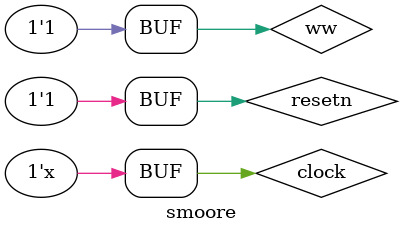
<source format=v>
`timescale 1ns / 1ps


module smoore();
    reg clock,resetn,ww;
    wire z;
    moore m(.clock(clock),.resetn(resetn),.w(ww),.z(z));
    
    initial begin
    clock=1;
    resetn=1;
    ww=0;
    #25
    ww=0;
    #25
    ww=1;
    #25
    ww=1;
    #25
    ww=1;
    #25
    ww=0;
    #25
    ww=0;
    #25
    ww=1;
    #25
    ww=1;
    #25
    ww=1;
    #25
    ww=1;
    #25
    ww=1;
    #25
    ww=1;
    #25
    ww=0;
    #25
    ww=0;
    #25
    ww=1;
    #25
    ww=1;
    end
    
    always
        begin
            #25
            clock=~clock;
        end
    
endmodule

</source>
